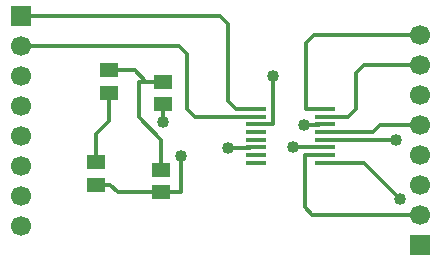
<source format=gbr>
G04 DipTrace 3.1.0.1*
G04 Top.gbr*
%MOIN*%
G04 #@! TF.FileFunction,Copper,L1,Top*
G04 #@! TF.Part,Single*
G04 #@! TA.AperFunction,Conductor*
%ADD13C,0.012992*%
%ADD14R,0.059055X0.051181*%
%ADD15R,0.070866X0.015748*%
G04 #@! TA.AperFunction,ComponentPad*
%ADD16R,0.066929X0.066929*%
%ADD17C,0.066929*%
G04 #@! TA.AperFunction,ViaPad*
%ADD18C,0.04*%
%FSLAX26Y26*%
G04*
G70*
G90*
G75*
G01*
G04 Top*
%LPD*%
X1063357Y1151005D2*
D13*
X1008094D1*
X970594Y1188505D1*
X882107D1*
X1057107Y857255D2*
Y956958D1*
X982109Y1031956D1*
Y1151005D1*
X1008094D1*
X1279770Y929991D2*
X1354428D1*
X1355806Y931369D1*
X1374180D1*
X1123361Y901428D2*
Y782451D1*
X1057107D1*
X1063357Y1017617D2*
Y1076201D1*
X1057107Y782451D2*
X912373D1*
X887373Y807451D1*
X838357D1*
X882107Y1113701D2*
Y1018598D1*
X838357Y974848D1*
Y882255D1*
X588357Y1369755D2*
X1252617D1*
X1278601Y1343771D1*
Y1085700D1*
X1304979Y1059322D1*
X1374180D1*
X588357Y1269755D2*
X1118141D1*
X1144125Y1243771D1*
Y1059715D1*
X1170109Y1033731D1*
X1374180D1*
X1429101Y1169755D2*
Y1008140D1*
X1374180D1*
X1919607Y1307255D2*
X1567089D1*
X1541105Y1281271D1*
Y1059322D1*
X1602526D1*
X1919607Y1207255D2*
X1731912D1*
X1705926Y1181269D1*
Y1059715D1*
X1679942Y1033731D1*
X1602526D1*
X1534101Y1006763D2*
X1582774D1*
X1584152Y1008140D1*
X1602526D1*
X1919607Y1007255D2*
X1787550D1*
X1762845Y982550D1*
X1602526D1*
X1840668Y955582D2*
X1622278D1*
X1620900Y956959D1*
X1602526D1*
X1495597Y931369D2*
X1602526D1*
X1919607Y707255D2*
X1561069D1*
X1535085Y733239D1*
Y905778D1*
X1602526D1*
X1853152Y760263D2*
X1733227Y880188D1*
X1602534D1*
D18*
X1279770Y929991D3*
X1063357Y1017617D3*
X1123361Y901428D3*
X1429101Y1169755D3*
X1534101Y1006763D3*
X1840668Y955582D3*
X1495597Y931369D3*
X1853152Y760263D3*
D14*
X1057107Y857255D3*
Y782451D3*
X1063357Y1151005D3*
Y1076201D3*
X838357Y882255D3*
Y807451D3*
X882107Y1113701D3*
Y1188505D3*
D15*
X1374180Y1059322D3*
Y1033731D3*
Y1008140D3*
Y982550D3*
Y956959D3*
Y931369D3*
Y905778D3*
Y880188D3*
X1602534D3*
X1602526Y905778D3*
Y931369D3*
Y956959D3*
Y982550D3*
Y1008140D3*
Y1033731D3*
Y1059322D3*
D16*
X588357Y1369755D3*
D17*
Y1269755D3*
Y1169755D3*
Y1069755D3*
Y969755D3*
Y869755D3*
Y769755D3*
Y669755D3*
D16*
X1919607Y607255D3*
D17*
Y707255D3*
Y807255D3*
Y907255D3*
Y1007255D3*
Y1107255D3*
Y1207255D3*
Y1307255D3*
M02*

</source>
